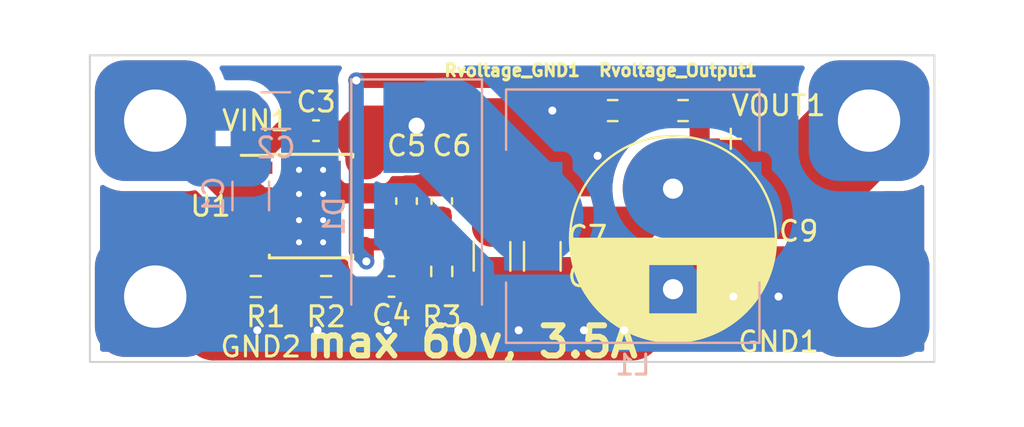
<source format=kicad_pcb>
(kicad_pcb (version 20211014) (generator pcbnew)
  (layers (0 "F.Cu" signal) (31 "B.Cu" signal) (34 "B.Paste" user) (35 "F.Paste" user) (36 "B.SilkS" user "B.Silkscreen") (37 "F.SilkS" user "F.Silkscreen") (38 "B.Mask" user) (39 "F.Mask" user) (44 "Edge.Cuts" user))
  (net 0 "")
  (net 1 "VIN")
  (net 2 "GND")
  (net 3 "Net-(C3-Pad1)")
  (net 4 "Net-(C3-Pad2)")
  (net 5 "Net-(C4-Pad1)")
  (net 6 "Net-(C5-Pad1)")
  (net 7 "5V")
  (net 8 "Net-(R1-Pad1)")
  (net 9 "Net-(R1-Pad2)")
  (net 10 "Net-(Rvoltage_GND1-Pad1)")
  (footprint "Capacitor_SMD:C_0603_1608Metric" (layer "F.Cu") (at 144.5 98.75)
    (fp_text reference "C3" (at 0 -1.43) (layer "F.SilkS"))
    (fp_text value "100nF")
    (fp_line (start -0.14058 -0.51) (end 0.14058 -0.51) (layer "F.SilkS") (width 0.12))
    (fp_line (start -0.14058 0.51) (end 0.14058 0.51) (layer "F.SilkS") (width 0.12))
    (pad "1" smd roundrect (at -0.775 0) (size 0.9 0.95) (layers "F.Cu" "F.Paste" "F.Mask") (net 3 "Net-(C3-Pad1)"))
    (pad "2" smd roundrect (at 0.775 0) (size 0.9 0.95) (layers "F.Cu" "F.Paste" "F.Mask") (net 4 "Net-(C3-Pad2)"))
  )
  (footprint "Capacitor_SMD:C_0603_1608Metric" (layer "F.Cu") (at 148.25 106.5 180)
    (fp_text reference "C4" (at 0 -1.43) (layer "F.SilkS"))
    (fp_text value "6800pF")
    (fp_line (start -0.14058 0.51) (end 0.14058 0.51) (layer "F.SilkS") (width 0.12))
    (fp_line (start -0.14058 -0.51) (end 0.14058 -0.51) (layer "F.SilkS") (width 0.12))
    (pad "1" smd roundrect (at -0.775 0 180) (size 0.9 0.95) (layers "F.Cu" "F.Paste" "F.Mask") (net 5 "Net-(C4-Pad1)"))
    (pad "2" smd roundrect (at 0.775 0 180) (size 0.9 0.95) (layers "F.Cu" "F.Paste" "F.Mask") (net 2 "GND"))
  )
  (footprint "Resistor_SMD:R_0603_1608Metric_Pad0.98x0.95mm_HandSolder" (layer "F.Cu") (at 145 106.5)
    (fp_text reference "R2" (at 0 1.5) (layer "F.SilkS"))
    (fp_text value "82k")
    (fp_line (start -0.254724 -0.5225) (end 0.254724 -0.5225) (layer "F.SilkS") (width 0.12))
    (fp_line (start -0.254724 0.5225) (end 0.254724 0.5225) (layer "F.SilkS") (width 0.12))
    (pad "1" smd roundrect (at -0.9125 0) (size 0.975 0.95) (layers "F.Cu" "F.Paste" "F.Mask") (net 9 "Net-(R1-Pad2)"))
    (pad "2" smd roundrect (at 0.9125 0) (size 0.975 0.95) (layers "F.Cu" "F.Paste" "F.Mask") (net 2 "GND"))
  )
  (footprint "Resistor_SMD:R_0603_1608Metric_Pad0.98x0.95mm_HandSolder" (layer "F.Cu") (at 141.5 106.5)
    (fp_text reference "R1" (at 0.5 1.5) (layer "F.SilkS"))
    (fp_text value "82k")
    (fp_line (start -0.254724 0.5225) (end 0.254724 0.5225) (layer "F.SilkS") (width 0.12))
    (fp_line (start -0.254724 -0.5225) (end 0.254724 -0.5225) (layer "F.SilkS") (width 0.12))
    (pad "1" smd roundrect (at -0.9125 0) (size 0.975 0.95) (layers "F.Cu" "F.Paste" "F.Mask") (net 8 "Net-(R1-Pad1)"))
    (pad "2" smd roundrect (at 0.9125 0) (size 0.975 0.95) (layers "F.Cu" "F.Paste" "F.Mask") (net 9 "Net-(R1-Pad2)"))
  )
  (footprint "Capacitor_SMD:C_1206_3216Metric" (layer "F.Cu") (at 153.25 105 -90)
    (fp_text reference "C8" (at 1 -4.75 180) (layer "F.SilkS"))
    (fp_text value "47uF")
    (fp_line (start -0.711252 0.91) (end 0.711252 0.91) (layer "F.SilkS") (width 0.12))
    (fp_line (start -0.711252 -0.91) (end 0.711252 -0.91) (layer "F.SilkS") (width 0.12))
    (pad "1" smd roundrect (at -1.475 0 270) (size 1.15 1.8) (layers "F.Cu" "F.Paste" "F.Mask") (roundrect_rratio 0.2173913043) (net 7 "5V"))
    (pad "2" smd roundrect (at 1.475 0 270) (size 1.15 1.8) (layers "F.Cu" "F.Paste" "F.Mask") (roundrect_rratio 0.2173913043) (net 2 "GND"))
  )
  (footprint "Capacitor_SMD:C_1206_3216Metric" (layer "F.Cu") (at 155.75 105 -90)
    (fp_text reference "C7" (at -1 -2.25 180) (layer "F.SilkS"))
    (fp_text value "47uF")
    (fp_line (start -0.711252 0.91) (end 0.711252 0.91) (layer "F.SilkS") (width 0.12))
    (fp_line (start -0.711252 -0.91) (end 0.711252 -0.91) (layer "F.SilkS") (width 0.12))
    (pad "1" smd roundrect (at -1.475 0 270) (size 1.15 1.8) (layers "F.Cu" "F.Paste" "F.Mask") (roundrect_rratio 0.2173913043) (net 7 "5V"))
    (pad "2" smd roundrect (at 1.475 0 270) (size 1.15 1.8) (layers "F.Cu" "F.Paste" "F.Mask") (roundrect_rratio 0.2173913043) (net 2 "GND"))
  )
  (footprint "Capacitor_SMD:C_0603_1608Metric" (layer "F.Cu") (at 149 102.25 90)
    (fp_text reference "C5" (at 2.75 0 180) (layer "F.SilkS"))
    (fp_text value "39pf")
    (fp_line (start -0.14058 0.51) (end 0.14058 0.51) (layer "F.SilkS") (width 0.12))
    (fp_line (start -0.14058 -0.51) (end 0.14058 -0.51) (layer "F.SilkS") (width 0.12))
    (pad "1" smd roundrect (at -0.775 0 90) (size 0.9 0.95) (layers "F.Cu" "F.Paste" "F.Mask") (net 6 "Net-(C5-Pad1)"))
    (pad "2" smd roundrect (at 0.775 0 90) (size 0.9 0.95) (layers "F.Cu" "F.Paste" "F.Mask") (net 2 "GND"))
  )
  (footprint "Wire-Solder:60A_Wire_solder" (layer "F.Cu") (at 172 98.25)
    (fp_text reference "VOUT1" (at -4.5 -0.75 unlocked) (layer "F.SilkS"))
    (fp_text value "Conn_01x01_Female")
    (pad "1" thru_hole roundrect (at 0 0) (size 6 6) (drill 3.1) (layers *.Cu *.Mask) (net 7 "5V"))
  )
  (footprint "Wire-Solder:60A_Wire_solder" (layer "F.Cu") (at 136.5 107)
    (fp_text reference "GND2" (at 5.25 2.5 unlocked) (layer "F.SilkS"))
    (fp_text value "Conn_01x01_Female")
    (pad "1" thru_hole roundrect (at 0 0) (size 6 6) (drill 3.1) (layers *.Cu *.Mask) (net 2 "GND"))
  )
  (footprint "Capacitor_THT:CP_Radial_D10.0mm_P5.00mm" (layer "F.Cu") (at 162.25 101.632323 -90)
    (fp_text reference "C9" (at 2.117677 -6.25 180) (layer "F.SilkS"))
    (fp_text value "1000uF")
    (fp_line (start 3.781 1.241) (end 3.781 4.918) (layer "F.SilkS") (width 0.12))
    (fp_line (start 4.181 1.241) (end 4.181 4.797) (layer "F.SilkS") (width 0.12))
    (fp_line (start 6.661 -2.945) (end 6.661 2.945) (layer "F.SilkS") (width 0.12))
    (fp_line (start 5.261 1.241) (end 5.261 4.273) (layer "F.SilkS") (width 0.12))
    (fp_line (start 5.901 1.241) (end 5.901 3.789) (layer "F.SilkS") (width 0.12))
    (fp_line (start 5.421 -4.166) (end 5.421 -1.241) (layer "F.SilkS") (width 0.12))
    (fp_line (start 4.741 1.241) (end 4.741 4.564) (layer "F.SilkS") (width 0.12))
    (fp_line (start 5.741 -3.925) (end 5.741 -1.241) (layer "F.SilkS") (width 0.12))
    (fp_line (start 4.981 -4.44) (end 4.981 -1.241) (layer "F.SilkS") (width 0.12))
    (fp_line (start -2.479646 -3.375) (end -2.479646 -2.375) (layer "F.SilkS") (width 0.12))
    (fp_line (start 5.381 -4.194) (end 5.381 -1.241) (layer "F.SilkS") (width 0.12))
    (fp_line (start 4.661 -4.603) (end 4.661 -1.241) (layer "F.SilkS") (width 0.12))
    (fp_line (start 3.981 -4.862) (end 3.981 -1.241) (layer "F.SilkS") (width 0.12))
    (fp_line (start 4.541 1.241) (end 4.541 4.657) (layer "F.SilkS") (width 0.12))
    (fp_line (start 2.7 -5.077) (end 2.7 5.077) (layer "F.SilkS") (width 0.12))
    (fp_line (start 6.341 -3.347) (end 6.341 3.347) (layer "F.SilkS") (width 0.12))
    (fp_line (start 3.901 -4.885) (end 3.901 -1.241) (layer "F.SilkS") (width 0.12))
    (fp_line (start 4.021 -4.85) (end 4.021 -1.241) (layer "F.SilkS") (width 0.12))
    (fp_line (start 6.301 -3.392) (end 6.301 3.392) (layer "F.SilkS") (width 0.12))
    (fp_line (start 5.421 1.241) (end 5.421 4.166) (layer "F.SilkS") (width 0.12))
    (fp_line (start 6.981 -2.439) (end 6.981 2.439) (layer "F.SilkS") (width 0.12))
    (fp_line (start 5.381 1.241) (end 5.381 4.194) (layer "F.SilkS") (width 0.12))
    (fp_line (start 6.741 -2.83) (end 6.741 2.83) (layer "F.SilkS") (width 0.12))
    (fp_line (start 5.941 -3.753) (end 5.941 -1.241) (layer "F.SilkS") (width 0.12))
    (fp_line (start 5.621 -4.02) (end 5.621 -1.241) (layer "F.SilkS") (width 0.12))
    (fp_line (start 7.341 -1.63) (end 7.341 1.63) (layer "F.SilkS") (width 0.12))
    (fp_line (start 5.541 1.241) (end 5.541 4.08) (layer "F.SilkS") (width 0.12))
    (fp_line (start 5.541 -4.08) (end 5.541 -1.241) (layer "F.SilkS") (width 0.12))
    (fp_line (start 2.9 -5.065) (end 2.9 5.065) (layer "F.SilkS") (width 0.12))
    (fp_line (start 4.101 1.241) (end 4.101 4.824) (layer "F.SilkS") (width 0.12))
    (fp_line (start 4.701 -4.584) (end 4.701 -1.241) (layer "F.SilkS") (width 0.12))
    (fp_line (start 5.061 -4.395) (end 5.061 -1.241) (layer "F.SilkS") (width 0.12))
    (fp_line (start 3.661 -4.947) (end 3.661 4.947) (layer "F.SilkS") (width 0.12))
    (fp_line (start 6.701 -2.889) (end 6.701 2.889) (layer "F.SilkS") (width 0.12))
    (fp_line (start 3.501 -4.982) (end 3.501 4.982) (layer "F.SilkS") (width 0.12))
    (fp_line (start 7.181 -2.037) (end 7.181 2.037) (layer "F.SilkS") (width 0.12))
    (fp_line (start 5.501 -4.11) (end 5.501 -1.241) (layer "F.SilkS") (width 0.12))
    (fp_line (start 6.021 1.241) (end 6.021 3.679) (layer "F.SilkS") (width 0.12))
    (fp_line (start 5.981 -3.716) (end 5.981 -1.241) (layer "F.SilkS") (width 0.12))
    (fp_line (start 5.181 1.241) (end 5.181 4.323) (layer "F.SilkS") (width 0.12))
    (fp_line (start 3.941 1.241) (end 3.941 4.874) (layer "F.SilkS") (width 0.12))
    (fp_line (start 4.501 1.241) (end 4.501 4.674) (layer "F.SilkS") (width 0.12))
    (fp_line (start 7.141 -2.125) (end 7.141 2.125) (layer "F.SilkS") (width 0.12))
    (fp_line (start 5.061 1.241) (end 5.061 4.395) (layer "F.SilkS") (width 0.12))
    (fp_line (start 4.941 1.241) (end 4.941 4.462) (layer "F.SilkS") (width 0.12))
    (fp_line (start 4.821 1.241) (end 4.821 4.525) (layer "F.SilkS") (width 0.12))
    (fp_line (start 3.221 -5.03) (end 3.221 5.03) (layer "F.SilkS") (width 0.12))
    (fp_line (start 3.461 -4.99) (end 3.461 4.99) (layer "F.SilkS") (width 0.12))
    (fp_line (start 4.061 1.241) (end 4.061 4.837) (layer "F.SilkS") (width 0.12))
    (fp_line (start 5.861 -3.824) (end 5.861 -1.241) (layer "F.SilkS") (width 0.12))
    (fp_line (start 5.261 -4.273) (end 5.261 -1.241) (layer "F.SilkS") (width 0.12))
    (fp_line (start 7.421 -1.378) (end 7.421 1.378) (layer "F.SilkS") (width 0.12))
    (fp_line (start 4.181 -4.797) (end 4.181 -1.241) (layer "F.SilkS") (width 0.12))
    (fp_line (start 3.421 -4.997) (end 3.421 4.997) (layer "F.SilkS") (width 0.12))
    (fp_line (start 6.221 -3.478) (end 6.221 -1.241) (layer "F.SilkS") (width 0.12))
    (fp_line (start 3.621 -4.956) (end 3.621 4.956) (layer "F.SilkS") (width 0.12))
    (fp_line (start 5.821 1.241) (end 5.821 3.858) (layer "F.SilkS") (width 0.12))
    (fp_line (start 3.541 -4.974) (end 3.541 4.974) (layer "F.SilkS") (width 0.12))
    (fp_line (start 7.461 -1.23) (end 7.461 1.23) (layer "F.SilkS") (width 0.12))
    (fp_line (start 3.14 -5.04) (end 3.14 5.04) (layer "F.SilkS") (width 0.12))
    (fp_line (start 5.101 -4.371) (end 5.101 -1.241) (layer "F.SilkS") (width 0.12))
    (fp_line (start 5.021 -4.417) (end 5.021 -1.241) (layer "F.SilkS") (width 0.12))
    (fp_line (start 4.461 -4.69) (end 4.461 -1.241) (layer "F.SilkS") (width 0.12))
    (fp_line (start 5.781 -3.892) (end 5.781 -1.241) (layer "F.SilkS") (width 0.12))
    (fp_line (start 4.261 -4.768) (end 4.261 -1.241) (layer "F.SilkS") (width 0.12))
    (fp_line (start 5.101 1.241) (end 5.101 4.371) (layer "F.SilkS") (width 0.12))
    (fp_line (start 3.821 -4.907) (end 3.821 -1.241) (layer "F.SilkS") (width 0.12))
    (fp_line (start 7.221 -1.944) (end 7.221 1.944) (layer "F.SilkS") (width 0.12))
    (fp_line (start 4.381 -4.723) (end 4.381 -1.241) (layer "F.SilkS") (width 0.12))
    (fp_line (start 5.941 1.241) (end 5.941 3.753) (layer "F.SilkS") (width 0.12))
    (fp_line (start 3.581 -4.965) (end 3.581 4.965) (layer "F.SilkS") (width 0.12))
    (fp_line (start 3.06 -5.05) (end 3.06 5.05) (layer "F.SilkS") (width 0.12))
    (fp_line (start 7.581 -0.599) (end 7.581 0.599) (layer "F.SilkS") (width 0.12))
    (fp_line (start 5.741 1.241) (end 5.741 3.925) (layer "F.SilkS") (width 0.12))
    (fp_line (start 5.301 1.241) (end 5.301 4.247) (layer "F.SilkS") (width 0.12))
    (fp_line (start 5.581 -4.05) (end 5.581 -1.241) (layer "F.SilkS") (width 0.12))
    (fp_line (start 6.101 -3.601) (end 6.101 -1.241) (layer "F.SilkS") (width 0.12))
    (fp_line (start 3.901 1.241) (end 3.901 4.885) (layer "F.SilkS") (width 0.12))
    (fp_line (start 5.701 1.241) (end 5.701 3.957) (layer "F.SilkS") (width 0.12))
    (fp_line (start 4.701 1.241) (end 4.701 4.584) (layer "F.SilkS") (width 0.12))
    (fp_line (start 2.58 -5.08) (end 2.58 5.08) (layer "F.SilkS") (width 0.12))
    (fp_line (start 4.541 -4.657) (end 4.541 -1.241) (layer "F.SilkS") (width 0.12))
    (fp_line (start 4.101 -4.824) (end 4.101 -1.241) (layer "F.SilkS") (width 0.12))
    (fp_line (start 4.901 -4.483) (end 4.901 -1.241) (layer "F.SilkS") (width 0.12))
    (fp_line (start 5.461 -4.138) (end 5.461 -1.241) (layer "F.SilkS") (width 0.12))
    (fp_line (start 3.861 1.241) (end 3.861 4.897) (layer "F.SilkS") (width 0.12))
    (fp_line (start 3.381 -5.004) (end 3.381 5.004) (layer "F.SilkS") (width 0.12))
    (fp_line (start 2.62 -5.079) (end 2.62 5.079) (layer "F.SilkS") (width 0.12))
    (fp_line (start 7.021 -2.365) (end 7.021 2.365) (layer "F.SilkS") (width 0.12))
    (fp_line (start 4.861 1.241) (end 4.861 4.504) (layer "F.SilkS") (width 0.12))
    (fp_line (start 4.061 -4.837) (end 4.061 -1.241) (layer "F.SilkS") (width 0.12))
    (fp_line (start -2.979646 -2.875) (end -1.979646 -2.875) (layer "F.SilkS") (width 0.12))
    (fp_line (start 6.941 -2.51) (end 6.941 2.51) (layer "F.SilkS") (width 0.12))
    (fp_line (start 4.141 -4.811) (end 4.141 -1.241) (layer "F.SilkS") (width 0.12))
    (fp_line (start 3.02 -5.054) (end 3.02 5.054) (layer "F.SilkS") (width 0.12))
    (fp_line (start 6.381 -3.301) (end 6.381 3.301) (layer "F.SilkS") (width 0.12))
    (fp_line (start 3.1 -5.045) (end 3.1 5.045) (layer "F.SilkS") (width 0.12))
    (fp_line (start 2.98 -5.058) (end 2.98 5.058) (layer "F.SilkS") (width 0.12))
    (fp_line (start 4.901 1.241) (end 4.901 4.483) (layer "F.SilkS") (width 0.12))
    (fp_line (start 3.301 -5.018) (end 3.301 5.018) (layer "F.SilkS") (width 0.12))
    (fp_line (start 5.661 1.241) (end 5.661 3.989) (layer "F.SilkS") (width 0.12))
    (fp_line (start 6.861 -2.645) (end 6.861 2.645) (layer "F.SilkS") (width 0.12))
    (fp_line (start 5.341 1.241) (end 5.341 4.221) (layer "F.SilkS") (width 0.12))
    (fp_line (start 5.981 1.241) (end 5.981 3.716) (layer "F.SilkS") (width 0.12))
    (fp_line (start 4.301 1.241) (end 4.301 4.754) (layer "F.SilkS") (width 0.12))
    (fp_line (start 3.341 -5.011) (end 3.341 5.011) (layer "F.SilkS") (width 0.12))
    (fp_line (start 5.781 1.241) (end 5.781 3.892) (layer "F.SilkS") (width 0.12))
    (fp_line (start 5.221 -4.298) (end 5.221 -1.241) (layer "F.SilkS") (width 0.12))
    (fp_line (start 6.181 1.241) (end 6.181 3.52) (layer "F.SilkS") (width 0.12))
    (fp_line (start 4.981 1.241) (end 4.981 4.44) (layer "F.SilkS") (width 0.12))
    (fp_line (start 3.741 -4.928) (end 3.741 4.928) (layer "F.SilkS") (width 0.12))
    (fp_line (start 5.461 1.241) (end 5.461 4.138) (layer "F.SilkS") (width 0.12))
    (fp_line (start 7.061 -2.289) (end 7.061 2.289) (layer "F.SilkS") (width 0.12))
    (fp_line (start 3.261 -5.024) (end 3.261 5.024) (layer "F.SilkS") (width 0.12))
    (fp_line (start 6.621 -3) (end 6.621 3) (layer "F.SilkS") (width 0.12))
    (fp_line (start 4.421 -4.707) (end 4.421 -1.241) (layer "F.SilkS") (width 0.12))
    (fp_line (start 2.86 -5.068) (end 2.86 5.068) (layer "F.SilkS") (width 0.12))
    (fp_line (start 4.341 1.241) (end 4.341 4.738) (layer "F.SilkS") (width 0.12))
    (fp_line (start 6.821 -2.709) (end 6.821 2.709) (layer "F.SilkS") (width 0.12))
    (fp_line (start 7.381 -1.51) (end 7.381 1.51) (layer "F.SilkS") (width 0.12))
    (fp_line (start 5.701 -3.957) (end 5.701 -1.241) (layer "F.SilkS") (width 0.12))
    (fp_line (start 5.141 1.241) (end 5.141 4.347) (layer "F.SilkS") (width 0.12))
    (fp_line (start 5.861 1.241) (end 5.861 3.824) (layer "F.SilkS") (width 0.12))
    (fp_line (start 6.141 1.241) (end 6.141 3.561) (layer "F.SilkS") (width 0.12))
    (fp_line (start 6.141 -3.561) (end 6.141 -1.241) (layer "F.SilkS") (width 0.12))
    (fp_line (start 4.621 1.241) (end 4.621 4.621) (layer "F.SilkS") (width 0.12))
    (fp_line (start 2.66 -5.078) (end 2.66 5.078) (layer "F.SilkS") (width 0.12))
    (fp_line (start 4.941 -4.462) (end 4.941 -1.241) (layer "F.SilkS") (width 0.12))
    (fp_line (start 6.501 -3.156) (end 6.501 3.156) (layer "F.SilkS") (width 0.12))
    (fp_line (start 4.221 -4.783) (end 4.221 -1.241) (layer "F.SilkS") (width 0.12))
    (fp_line (start 3.781 -4.918) (end 3.781 -1.241) (layer "F.SilkS") (width 0.12))
    (fp_line (start 4.501 -4.674) (end 4.501 -1.241) (layer "F.SilkS") (width 0.12))
    (fp_line (start 4.221 1.241) (end 4.221 4.783) (layer "F.SilkS") (width 0.12))
    (fp_line (start 5.021 1.241) (end 5.021 4.417) (layer "F.SilkS") (width 0.12))
    (fp_line (start 7.541 -0.862) (end 7.541 0.862) (layer "F.SilkS") (width 0.12))
    (fp_line (start 7.261 -1.846) (end 7.261 1.846) (layer "F.SilkS") (width 0.12))
    (fp_line (start 4.141 1.241) (end 4.141 4.811) (layer "F.SilkS") (width 0.12))
    (fp_line (start 4.661 1.241) (end 4.661 4.603) (layer "F.SilkS") (width 0.12))
    (fp_line (start 2.94 -5.062) (end 2.94 5.062) (layer "F.SilkS") (width 0.12))
    (fp_line (start 5.181 -4.323) (end 5.181 -1.241) (layer "F.SilkS") (width 0.12))
    (fp_line (start 4.021 1.241) (end 4.021 4.85) (layer "F.SilkS") (width 0.12))
    (fp_line (start 5.141 -4.347) (end 5.141 -1.241) (layer "F.SilkS") (width 0.12))
    (fp_line (start 7.501 -1.062) (end 7.501 1.062) (layer "F.SilkS") (width 0.12))
    (fp_line (start 6.061 1.241) (end 6.061 3.64) (layer "F.SilkS") (width 0.12))
    (fp_line (start 4.461 1.241) (end 4.461 4.69) (layer "F.SilkS") (width 0.12))
    (fp_line (start 3.941 -4.874) (end 3.941 -1.241) (layer "F.SilkS") (width 0.12))
    (fp_line (start 4.381 1.241) (end 4.381 4.723) (layer "F.SilkS") (width 0.12))
    (fp_line (start 4.261 1.241) (end 4.261 4.768) (layer "F.SilkS") (width 0.12))
    (fp_line (start 4.581 1.241) (end 4.581 4.639) (layer "F.SilkS") (width 0.12))
    (fp_line (start 4.581 -4.639) (end 4.581 -1.241) (layer "F.SilkS") (width 0.12))
    (fp_line (start 5.661 -3.989) (end 5.661 -1.241) (layer "F.SilkS") (width 0.12))
    (fp_line (start 5.341 -4.221) (end 5.341 -1.241) (layer "F.SilkS") (width 0.12))
    (fp_line (start 6.061 -3.64) (end 6.061 -1.241) (layer "F.SilkS") (width 0.12))
    (fp_line (start 4.341 -4.738) (end 4.341 -1.241) (layer "F.SilkS") (width 0.12))
    (fp_line (start 2.54 -5.08) (end 2.54 5.08) (layer "F.SilkS") (width 0.12))
    (fp_line (start 6.221 1.241) (end 6.221 3.478) (layer "F.SilkS") (width 0.12))
    (fp_line (start 6.181 -3.52) (end 6.181 -1.241) (layer "F.SilkS") (width 0.12))
    (fp_line (start 4.301 -4.754) (end 4.301 -1.241) (layer "F.SilkS") (width 0.12))
    (fp_line (start 5.301 -4.247) (end 5.301 -1.241) (layer "F.SilkS") (width 0.12))
    (fp_line (start 5.821 -3.858) (end 5.821 -1.241) (layer "F.SilkS") (width 0.12))
    (fp_line (start 6.781 -2.77) (end 6.781 2.77) (layer "F.SilkS") (width 0.12))
    (fp_line (start 3.821 1.241) (end 3.821 4.907) (layer "F.SilkS") (width 0.12))
    (fp_line (start 4.781 1.241) (end 4.781 4.545) (layer "F.SilkS") (width 0.12))
    (fp_line (start 5.501 1.241) (end 5.501 4.11) (layer "F.SilkS") (width 0.12))
    (fp_line (start 3.981 1.241) (end 3.981 4.862) (layer "F.SilkS") (width 0.12))
    (fp_line (start 4.421 1.241) (end 4.421 4.707) (layer "F.SilkS") (width 0.12))
    (fp_line (start 6.421 -3.254) (end 6.421 3.254) (layer "F.SilkS") (width 0.12))
    (fp_line (start 3.861 -4.897) (end 3.861 -1.241) (layer "F.SilkS") (width 0.12))
    (fp_line (start 4.821 -4.525) (end 4.821 -1.241) (layer "F.SilkS") (width 0.12))
    (fp_line (start 4.781 -4.545) (end 4.781 -1.241) (layer "F.SilkS") (width 0.12))
    (fp_line (start 4.621 -4.621) (end 4.621 -1.241) (layer "F.SilkS") (width 0.12))
    (fp_line (start 5.901 -3.789) (end 5.901 -1.241) (layer "F.SilkS") (width 0.12))
    (fp_line (start 5.581 1.241) (end 5.581 4.05) (layer "F.SilkS") (width 0.12))
    (fp_line (start 6.581 -3.054) (end 6.581 3.054) (layer "F.SilkS") (width 0.12))
    (fp_line (start 2.74 -5.075) (end 2.74 5.075) (layer "F.SilkS") (width 0.12))
    (fp_line (start 3.18 -5.035) (end 3.18 5.035) (layer "F.SilkS") (width 0.12))
    (fp_line (start 3.701 -4.938) (end 3.701 4.938) (layer "F.SilkS") (width 0.12))
    (fp_line (start 6.101 1.241) (end 6.101 3.601) (layer "F.SilkS") (width 0.12))
    (fp_line (start 5.621 1.241) (end 5.621 4.02) (layer "F.SilkS") (width 0.12))
    (fp_line (start 4.861 -4.504) (end 4.861 -1.241) (layer "F.SilkS") (width 0.12))
    (fp_line (start 6.021 -3.679) (end 6.021 -1.241) (layer "F.SilkS") (width 0.12))
    (fp_line (start 5.221 1.241) (end 5.221 4.298) (layer "F.SilkS") (width 0.12))
    (fp_line (start 2.5 -5.08) (end 2.5 5.08) (layer "F.SilkS") (width 0.12))
    (fp_line (start 4.741 -4.564) (end 4.741 -1.241) (layer "F.SilkS") (width 0.12))
    (fp_line (start 6.461 -3.206) (end 6.461 3.206) (layer "F.SilkS") (width 0.12))
    (fp_line (start 7.301 -1.742) (end 7.301 1.742) (layer "F.SilkS") (width 0.12))
    (fp_line (start 7.101 -2.209) (end 7.101 2.209) (layer "F.SilkS") (width 0.12))
    (fp_line (start 2.78 -5.073) (end 2.78 5.073) (layer "F.SilkS") (width 0.12))
    (fp_line (start 2.82 -5.07) (end 2.82 5.07) (layer "F.SilkS") (width 0.12))
    (fp_line (start 6.541 -3.106) (end 6.541 3.106) (layer "F.SilkS") (width 0.12))
    (fp_line (start 6.901 -2.579) (end 6.901 2.579) (layer "F.SilkS") (width 0.12))
    (fp_line (start 6.261 -3.436) (end 6.261 3.436) (layer "F.SilkS") (width 0.12))
    (fp_circle (center 2.5 0) (end 7.62 0) (layer "F.SilkS") (width 0.12) (fill none))
    (pad "1" thru_hole rect (at 0 0 270) (size 2 2) (drill 1) (layers *.Cu *.Mask) (net 7 "5V"))
    (pad "2" thru_hole circle (at 5 0 270) (size 2 2) (drill 1) (layers *.Cu *.Mask) (net 2 "GND"))
  )
  (footprint "Package_SO:TI_SO-PowerPAD-8_ThermalVias" (layer "F.Cu") (at 144.25 102.5)
    (fp_text reference "U1" (at -5 0) (layer "F.SilkS"))
    (fp_text value "TPS54360DDA")
    (fp_line (start 2.075 2.575) (end 2.075 2.43) (layer "F.SilkS") (width 0.15))
    (fp_line (start -2.075 -2.525) (end -3.475 -2.525) (layer "F.SilkS") (width 0.15))
    (fp_line (start 2.075 -2.575) (end 2.075 -2.43) (layer "F.SilkS") (width 0.15))
    (fp_line (start -2.075 -2.575) (end 2.075 -2.575) (layer "F.SilkS") (width 0.15))
    (fp_line (start -2.075 2.575) (end -2.075 2.43) (layer "F.SilkS") (width 0.15))
    (fp_line (start -2.075 -2.575) (end -2.075 -2.525) (layer "F.SilkS") (width 0.15))
    (fp_line (start -2.075 2.575) (end 2.075 2.575) (layer "F.SilkS") (width 0.15))
    (pad "1" smd rect (at -2.7 -1.905) (size 1.55 0.6) (layers "F.Cu" "F.Paste" "F.Mask") (net 3 "Net-(C3-Pad1)"))
    (pad "2" smd rect (at -2.7 -0.635) (size 1.55 0.6) (layers "F.Cu" "F.Paste" "F.Mask") (net 1 "VIN"))
    (pad "3" smd rect (at -2.7 0.635) (size 1.55 0.6) (layers "F.Cu" "F.Paste" "F.Mask"))
    (pad "4" smd rect (at -2.7 1.905) (size 1.55 0.6) (layers "F.Cu" "F.Paste" "F.Mask") (net 8 "Net-(R1-Pad1)"))
    (pad "5" smd rect (at 2.7 1.905) (size 1.55 0.6) (layers "F.Cu" "F.Paste" "F.Mask") (net 10 "Net-(Rvoltage_GND1-Pad1)"))
    (pad "6" smd rect (at 2.7 0.635) (size 1.55 0.6) (layers "F.Cu" "F.Paste" "F.Mask") (net 6 "Net-(C5-Pad1)"))
    (pad "7" smd rect (at 2.7 -0.635) (size 1.55 0.6) (layers "F.Cu" "F.Paste" "F.Mask") (net 2 "GND"))
    (pad "8" smd rect (at 2.7 -1.905) (size 1.55 0.6) (layers "F.Cu" "F.Paste" "F.Mask") (net 4 "Net-(C3-Pad2)"))
    (pad "9" thru_hole circle (at 0.6 -1.8) (size 0.6 0.6) (drill 0.3) (layers *.Cu) (net 2 "GND"))
    (pad "9" thru_hole circle (at 0.6 1.8) (size 0.6 0.6) (drill 0.3) (layers *.Cu) (net 2 "GND"))
    (pad "9" thru_hole circle (at 0.6 0.7) (size 0.6 0.6) (drill 0.3) (layers *.Cu) (net 2 "GND"))
    (pad "9" thru_hole circle (at -0.6 0.7) (size 0.6 0.6) (drill 0.3) (layers *.Cu) (net 2 "GND"))
    (pad "9" thru_hole circle (at -0.6 -0.6) (size 0.6 0.6) (drill 0.3) (layers *.Cu) (net 2 "GND"))
    (pad "9" thru_hole circle (at -0.6 -1.8) (size 0.6 0.6) (drill 0.3) (layers *.Cu) (net 2 "GND"))
    (pad "9" thru_hole circle (at -0.6 1.8) (size 0.6 0.6) (drill 0.3) (layers *.Cu) (net 2 "GND"))
    (pad "9" thru_hole circle (at 0.6 -0.6) (size 0.6 0.6) (drill 0.3) (layers *.Cu) (net 2 "GND"))
    (pad "9" smd rect (at 0 0) (size 2.95 4.5) (layers "B.Cu") (net 2 "GND"))
    (pad "9" smd rect (at 0 0) (size 2.6 3.1) (layers "F.Cu" "F.Paste" "F.Mask") (net 2 "GND"))
    (pad "9" smd rect (at 0 0) (size 2.95 4.5) (layers "F.Cu") (net 2 "GND"))
  )
  (footprint "Resistor_SMD:R_0603_1608Metric" (layer "F.Cu") (at 150.75 105.75 -90)
    (fp_text reference "R3" (at 2.25 0 180) (layer "F.SilkS"))
    (fp_text value "13k")
    (fp_line (start -0.237258 0.5225) (end 0.237258 0.5225) (layer "F.SilkS") (width 0.12))
    (fp_line (start -0.237258 -0.5225) (end 0.237258 -0.5225) (layer "F.SilkS") (width 0.12))
    (pad "1" smd roundrect (at -0.825 0 270) (size 0.8 0.95) (layers "F.Cu" "F.Paste" "F.Mask") (net 6 "Net-(C5-Pad1)"))
    (pad "2" smd roundrect (at 0.825 0 270) (size 0.8 0.95) (layers "F.Cu" "F.Paste" "F.Mask") (net 5 "Net-(C4-Pad1)"))
  )
  (footprint "Wire-Solder:60A_Wire_solder" (layer "F.Cu") (at 136.5 98.25)
    (fp_text reference "VIN1" (at 5 0 unlocked) (layer "F.SilkS"))
    (fp_text value "Conn_01x01_Female")
    (pad "1" thru_hole roundrect (at 0 0) (size 6 6) (drill 3.1) (layers *.Cu *.Mask) (net 1 "VIN"))
  )
  (footprint "Capacitor_SMD:C_0603_1608Metric" (layer "F.Cu") (at 150.75 102.25 90)
    (fp_text reference "C6" (at 2.75 0.5 180) (layer "F.SilkS"))
    (fp_text value "39pf")
    (fp_line (start -0.14058 -0.51) (end 0.14058 -0.51) (layer "F.SilkS") (width 0.12))
    (fp_line (start -0.14058 0.51) (end 0.14058 0.51) (layer "F.SilkS") (width 0.12))
    (pad "1" smd roundrect (at -0.775 0 90) (size 0.9 0.95) (layers "F.Cu" "F.Paste" "F.Mask") (net 6 "Net-(C5-Pad1)"))
    (pad "2" smd roundrect (at 0.775 0 90) (size 0.9 0.95) (layers "F.Cu" "F.Paste" "F.Mask") (net 2 "GND"))
  )
  (footprint "Resistor_SMD:R_0603_1608Metric" (layer "F.Cu") (at 159.25 97.75 180)
    (fp_text reference "Rvoltage_GND1" (at 5 2 180) (layer "F.SilkS") (effects (font (size 0.6 0.6))))
    (fp_text value "1.4k")
    (fp_line (start -0.237258 -0.5225) (end 0.237258 -0.5225) (layer "F.SilkS") (width 0.12))
    (fp_line (start -0.237258 0.5225) (end 0.237258 0.5225) (layer "F.SilkS") (width 0.12))
    (pad "1" smd roundrect (at -0.825 0 180) (size 0.8 0.95) (layers "F.Cu" "F.Paste" "F.Mask") (net 10 "Net-(Rvoltage_GND1-Pad1)"))
    (pad "2" smd roundrect (at 0.825 0 180) (size 0.8 0.95) (layers "F.Cu" "F.Paste" "F.Mask") (net 2 "GND"))
  )
  (footprint "Wire-Solder:60A_Wire_solder" (layer "F.Cu") (at 172 107)
    (fp_text reference "GND1" (at -4.5 2.25 unlocked) (layer "F.SilkS"))
    (fp_text value "Conn_01x01_Female")
    (pad "1" thru_hole roundrect (at 0 0) (size 6 6) (drill 3.1) (layers *.Cu *.Mask) (net 2 "GND"))
  )
  (footprint "Resistor_SMD:R_0603_1608Metric" (layer "F.Cu") (at 162.75 97.75 180)
    (fp_text reference "Rvoltage_Output1" (at 0.25 2 180) (layer "F.SilkS") (effects (font (size 0.6 0.6))))
    (fp_text value "7.5k")
    (fp_line (start -0.237258 0.5225) (end 0.237258 0.5225) (layer "F.SilkS") (width 0.12))
    (fp_line (start -0.237258 -0.5225) (end 0.237258 -0.5225) (layer "F.SilkS") (width 0.12))
    (pad "1" smd roundrect (at -0.825 0 180) (size 0.8 0.95) (layers "F.Cu" "F.Paste" "F.Mask") (net 7 "5V"))
    (pad "2" smd roundrect (at 0.825 0 180) (size 0.8 0.95) (layers "F.Cu" "F.Paste" "F.Mask") (net 10 "Net-(Rvoltage_GND1-Pad1)"))
  )
  (footprint "Capacitor_SMD:C_1206_3216Metric" (layer "B.Cu") (at 141.25 102 -90)
    (fp_text reference "C1" (at 0 1.85 90) (layer "B.SilkS") (effects (justify mirror)))
    (fp_text value "2.2uF 60V")
    (fp_line (start -0.711252 0.91) (end 0.711252 0.91) (layer "B.SilkS") (width 0.12))
    (fp_line (start -0.711252 -0.91) (end 0.711252 -0.91) (layer "B.SilkS") (width 0.12))
    (pad "1" smd roundrect (at -1.475 0 270) (size 1.15 1.8) (layers "B.Cu" "B.Paste" "B.Mask") (roundrect_rratio 0.2173913043) (net 1 "VIN"))
    (pad "2" smd roundrect (at 1.475 0 270) (size 1.15 1.8) (layers "B.Cu" "B.Paste" "B.Mask") (roundrect_rratio 0.2173913043) (net 2 "GND"))
  )
  (footprint "Inductor_SMD:L_12x12mm_H8mm" (layer "B.Cu") (at 160.25 103)
    (fp_text reference "L1" (at 0 7.4) (layer "B.SilkS") (effects (justify mirror)))
    (fp_text value "8.2uH")
    (fp_line (start 6.3 -6.3) (end -6.3 -6.3) (layer "B.SilkS") (width 0.12))
    (fp_line (start -6.3 6.3) (end 6.3 6.3) (layer "B.SilkS") (width 0.12))
    (fp_line (start -6.3 3.3) (end -6.3 6.3) (layer "B.SilkS") (width 0.12))
    (fp_line (start 6.3 -3.3) (end 6.3 -6.3) (layer "B.SilkS") (width 0.12))
    (fp_line (start 6.3 6.3) (end 6.3 3.3) (layer "B.SilkS") (width 0.12))
    (fp_line (start -6.3 -6.3) (end -6.3 -3.3) (layer "B.SilkS") (width 0.12))
    (pad "1" smd rect (at -4.95 0) (size 2.9 5.4) (layers "B.Cu" "B.Paste" "B.Mask") (net 4 "Net-(C3-Pad2)"))
    (pad "2" smd rect (at 4.95 0) (size 2.9 5.4) (layers "B.Cu" "B.Paste" "B.Mask") (net 7 "5V"))
  )
  (footprint "Diode_SMD:D_SMC_Handsoldering" (layer "B.Cu") (at 149.5 103 -90)
    (fp_text reference "D1" (at 0 4.1 90) (layer "B.SilkS") (effects (justify mirror)))
    (fp_text value "B560C")
    (fp_line (start -6.8 -3.25) (end -6.8 3.25) (layer "B.SilkS") (width 0.12))
    (fp_line (start -6.8 3.25) (end 4.4 3.25) (layer "B.SilkS") (width 0.12))
    (fp_line (start -6.8 -3.25) (end 4.4 -3.25) (layer "B.SilkS") (width 0.12))
    (pad "1" smd rect (at -4.4 0 180) (size 3.3 4.5) (layers "B.Cu" "B.Paste" "B.Mask") (net 4 "Net-(C3-Pad2)"))
    (pad "2" smd rect (at 4.4 0 180) (size 3.3 4.5) (layers "B.Cu" "B.Paste" "B.Mask") (net 2 "GND"))
  )
  (footprint "Capacitor_SMD:C_1206_3216Metric" (layer "B.Cu") (at 142.5 97.75)
    (fp_text reference "C2" (at 0 1.85) (layer "B.SilkS") (effects (justify mirror)))
    (fp_text value "2.2uF 60V")
    (fp_line (start -0.711252 -0.91) (end 0.711252 -0.91) (layer "B.SilkS") (width 0.12))
    (fp_line (start -0.711252 0.91) (end 0.711252 0.91) (layer "B.SilkS") (width 0.12))
    (pad "1" smd roundrect (at -1.475 0) (size 1.15 1.8) (layers "B.Cu" "B.Paste" "B.Mask") (roundrect_rratio 0.2173913043) (net 1 "VIN"))
    (pad "2" smd roundrect (at 1.475 0) (size 1.15 1.8) (layers "B.Cu" "B.Paste" "B.Mask") (roundrect_rratio 0.2173913043) (net 2 "GND"))
  )
  (gr_line (start 175.25 95) (end 133.25 95) (layer "Edge.Cuts") (width 0.1))
  (gr_line (start 133.25 95) (end 133.25 110.25) (layer "Edge.Cuts") (width 0.1))
  (gr_line (start 133.25 110.25) (end 175.25 110.25) (layer "Edge.Cuts") (width 0.1))
  (gr_line (start 175.25 110.25) (end 175.25 95) (layer "Edge.Cuts") (width 0.1))
  (gr_text "max 60v, 3.5A\n" (at 152.25 109.25) (layer "F.SilkS") (effects (font (size 1.5 1.5) (thickness 0.3))))
  (segment (start 140.115 101.865) (end 136.5 98.25) (width 1) (layer "F.Cu") (net 1))
  (segment (start 141.55 101.865) (end 140.115 101.865) (width 1) (layer "F.Cu") (net 1))
  (segment (start 141.25 100.525) (end 141.25 97.975) (width 2) (layer "B.Cu") (net 1))
  (segment (start 138.775 100.525) (end 136.5 98.25) (width 2) (layer "B.Cu") (net 1))
  (segment (start 141.025 97.75) (end 137 97.75) (width 2) (layer "B.Cu") (net 1))
  (segment (start 137 97.75) (end 136.5 98.25) (width 2) (layer "B.Cu") (net 1))
  (segment (start 141.25 97.975) (end 141.025 97.75) (width 2) (layer "B.Cu") (net 1))
  (segment (start 141.25 100.525) (end 138.775 100.525) (width 2) (layer "B.Cu") (net 1))
  (segment (start 153.25 106.475) (end 153.25 108.25) (width 2) (layer "F.Cu") (net 2))
  (segment (start 155.75 108.5) (end 155.925 108.675) (width 2) (layer "F.Cu") (net 2))
  (segment (start 162.617677 107) (end 162.25 106.632323) (width 3) (layer "F.Cu") (net 2))
  (segment (start 162.092677 106.475) (end 162.25 106.632323) (width 2) (layer "F.Cu") (net 2))
  (segment (start 160.207323 108.675) (end 162.25 106.632323) (width 3) (layer "F.Cu") (net 2))
  (segment (start 145.925 108.675) (end 148.075 108.675) (width 3) (layer "F.Cu") (net 2))
  (segment (start 155.75 106.475) (end 155.75 108.5) (width 2) (layer "F.Cu") (net 2))
  (segment (start 150.75 101.475) (end 149 101.475) (width 1) (layer "F.Cu") (net 2))
  (segment (start 155 101.5) (end 158.425 98.075) (width 0.75) (layer "F.Cu") (net 2))
  (segment (start 155.925 108.675) (end 157.825 108.675) (width 3) (layer "F.Cu") (net 2))
  (segment (start 154.575 108.675) (end 155.925 108.675) (width 3) (layer "F.Cu") (net 2))
  (segment (start 157.825 108.675) (end 159.825 108.675) (width 3) (layer "F.Cu") (net 2))
  (segment (start 147.475 107.125) (end 145.925 108.675) (width 1) (layer "F.Cu") (net 2))
  (segment (start 165.25 107) (end 162.617677 107) (width 3) (layer "F.Cu") (net 2))
  (segment (start 144.885 101.865) (end 144.85 101.9) (width 1) (layer "F.Cu") (net 2))
  (segment (start 148.61 101.865) (end 149 101.475) (width 1) (layer "F.Cu") (net 2))
  (segment (start 151.575 108.675) (end 152.825 108.675) (width 3) (layer "F.Cu") (net 2))
  (segment (start 150.775 101.5) (end 155 101.5) (width 0.75) (layer "F.Cu") (net 2))
  (segment (start 159.825 108.675) (end 160.207323 108.675) (width 3) (layer "F.Cu") (net 2))
  (segment (start 145.9125 108.6625) (end 145.925 108.675) (width 1) (layer "F.Cu") (net 2))
  (segment (start 144.575 108.675) (end 145.925 108.675) (width 3) (layer "F.Cu") (net 2))
  (segment (start 172 107) (end 167.5 107) (width 3) (layer "F.Cu") (net 2))
  (segment (start 139.425 108.675) (end 141.575 108.675) (width 3) (layer "F.Cu") (net 2))
  (segment (start 141.575 108.675) (end 144.575 108.675) (width 3) (layer "F.Cu") (net 2))
  (segment (start 150.75 101.475) (end 150.775 101.5) (width 0.75) (layer "F.Cu") (net 2))
  (segment (start 145.9125 106.5) (end 145.9125 108.6625) (width 1) (layer "F.Cu") (net 2))
  (segment (start 136.5 107) (end 137.75 107) (width 3) (layer "F.Cu") (net 2))
  (segment (start 146.95 101.865) (end 144.885 101.865) (width 1) (layer "F.Cu") (net 2))
  (segment (start 147.475 106.5) (end 147.475 107.125) (width 1) (layer "F.Cu") (net 2))
  (segment (start 146.95 101.865) (end 148.61 101.865) (width 1) (layer "F.Cu") (net 2))
  (segment (start 158.425 98.075) (end 158.425 97.75) (width 0.75) (layer "F.Cu") (net 2))
  (segment (start 172 107) (end 162.617677 107) (width 5) (layer "F.Cu") (net 2))
  (segment (start 137.75 107) (end 139.425 108.675) (width 3) (layer "F.Cu") (net 2))
  (segment (start 152.825 108.675) (end 154.575 108.675) (width 3) (layer "F.Cu") (net 2))
  (segment (start 148.075 108.675) (end 151.575 108.675) (width 3) (layer "F.Cu") (net 2))
  (segment (start 153.25 108.25) (end 152.825 108.675) (width 2) (layer "F.Cu") (net 2))
  (via (at 154.575 108.675) (size 0.8) (drill 0.4) (layers "F.Cu" "B.Cu") (net 2))
  (via (at 167.5 107) (size 0.8) (drill 0.4) (layers "F.Cu" "B.Cu") (net 2))
  (via (at 159.825 108.675) (size 0.8) (drill 0.4) (layers "F.Cu" "B.Cu") (net 2))
  (via (at 144.575 108.675) (size 0.8) (drill 0.4) (layers "F.Cu" "B.Cu") (net 2))
  (via (at 156.25 97.75) (size 0.8) (drill 0.4) (layers "F.Cu" "B.Cu") (net 2))
  (via (at 165.25 107) (size 0.8) (drill 0.4) (layers "F.Cu" "B.Cu") (net 2))
  (via (at 151.575 108.675) (size 0.8) (drill 0.4) (layers "F.Cu" "B.Cu") (net 2))
  (via (at 157.825 108.675) (size 0.8) (drill 0.4) (layers "F.Cu" "B.Cu") (net 2))
  (via (at 141.575 108.675) (size 0.8) (drill 0.4) (layers "F.Cu" "B.Cu") (net 2))
  (via (at 158.5 100) (size 0.8) (drill 0.4) (layers "F.Cu" "B.Cu") (net 2))
  (via (at 148.075 108.675) (size 0.8) (drill 0.4) (layers "F.Cu" "B.Cu") (net 2))
  (segment (start 145.25 107.5) (end 137 107.5) (width 3) (layer "B.Cu") (net 2))
  (segment (start 140.025 103.475) (end 136.5 107) (width 2) (layer "B.Cu") (net 2))
  (segment (start 149.4 107.5) (end 149.5 107.4) (width 3) (layer "B.Cu") (net 2))
  (segment (start 144.25 98.025) (end 143.975 97.75) (width 2) (layer "B.Cu") (net 2))
  (segment (start 144.25 102.5) (end 144.25 106.5) (width 3) (layer "B.Cu") (net 2))
  (segment (start 161.482323 107.4) (end 162.25 106.632323) (width 3) (layer "B.Cu") (net 2))
  (segment (start 144.25 106.5) (end 145.25 107.5) (width 3) (layer "B.Cu") (net 2))
  (segment (start 141.25 103.475) (end 143.275 103.475) (width 2) (layer "B.Cu") (net 2))
  (segment (start 145.25 107.5) (end 149.4 107.5) (width 3) (layer "B.Cu") (net 2))
  (segment (start 144.25 102.5) (end 144.25 98.025) (width 2) (layer "B.Cu") (net 2))
  (segment (start 143.275 103.475) (end 144.25 102.5) (width 2) (layer "B.Cu") (net 2))
  (segment (start 141.25 103.475) (end 140.025 103.475) (width 2) (layer "B.Cu") (net 2))
  (segment (start 149.5 107.4) (end 161.482323 107.4) (width 3) (layer "B.Cu") (net 2))
  (segment (start 137 107.5) (end 136.5 107) (width 3) (layer "B.Cu") (net 2))
  (segment (start 142.875 98.75) (end 141.55 100.075) (width 1) (layer "F.Cu") (net 3))
  (segment (start 143.725 98.75) (end 142.875 98.75) (width 1) (layer "F.Cu") (net 3))
  (segment (start 141.55 100.075) (end 141.55 100.595) (width 1) (layer "F.Cu") (net 3))
  (segment (start 147 100.165) (end 146.95 100.165) (width 2) (layer "F.Cu") (net 4))
  (segment (start 146.75 98.75) (end 147 99) (width 1) (layer "F.Cu") (net 4))
  (segment (start 147 99) (end 149 99) (width 3) (layer "F.Cu") (net 4))
  (segment (start 149 99) (end 149.5 98.5) (width 3) (layer "F.Cu") (net 4))
  (segment (start 145.275 98.75) (end 146.75 98.75) (width 1) (layer "F.Cu") (net 4))
  (segment (start 147 99) (end 147 100.165) (width 2) (layer "F.Cu") (net 4))
  (via (at 149.5 98.5) (size 1) (drill 0.8) (layers "F.Cu" "B.Cu") (net 4))
  (segment (start 150.9 98.6) (end 155.3 103) (width 5) (layer "B.Cu") (net 4))
  (segment (start 150.675 106.5) (end 150.75 106.575) (width 0.75) (layer "F.Cu") (net 5))
  (segment (start 149.025 106.5) (end 150.675 106.5) (width 0.75) (layer "F.Cu") (net 5))
  (segment (start 146.95 103.135) (end 148.89 103.135) (width 1) (layer "F.Cu") (net 6))
  (segment (start 149 103.025) (end 150.75 103.025) (width 1) (layer "F.Cu") (net 6))
  (segment (start 148.89 103.135) (end 149 103.025) (width 1) (layer "F.Cu") (net 6))
  (segment (start 150.75 103.025) (end 150.75 104.925) (width 1) (layer "F.Cu") (net 6))
  (segment (start 153.25 103.525) (end 155.75 103.525) (width 2) (layer "F.Cu") (net 7))
  (segment (start 168.617677 101.632323) (end 172 98.25) (width 5) (layer "F.Cu") (net 7))
  (segment (start 163.575 97.75) (end 163.575 100.307323) (width 1) (layer "F.Cu") (net 7))
  (segment (start 163.575 100.307323) (end 162.25 101.632323) (width 1) (layer "F.Cu") (net 7))
  (segment (start 155.75 103.525) (end 160.357323 103.525) (width 2) (layer "F.Cu") (net 7))
  (segment (start 160.357323 103.525) (end 162.25 101.632323) (width 2) (layer "F.Cu") (net 7))
  (segment (start 162.25 101.632323) (end 168.617677 101.632323) (width 5) (layer "F.Cu") (net 7))
  (segment (start 162.25 101.632323) (end 163.832323 101.632323) (width 5) (layer "B.Cu") (net 7))
  (segment (start 163.832323 101.632323) (end 165.2 103) (width 5) (layer "B.Cu") (net 7))
  (segment (start 140.5875 105.3675) (end 141.55 104.405) (width 0.75) (layer "F.Cu") (net 8))
  (segment (start 140.5875 106.5) (end 140.5875 105.3675) (width 0.75) (layer "F.Cu") (net 8))
  (segment (start 142.4125 106.5) (end 144.0875 106.5) (width 0.75) (layer "F.Cu") (net 9))
  (segment (start 147 104.455) (end 146.95 104.405) (width 0.75) (layer "F.Cu") (net 10))
  (segment (start 161.925 97.75) (end 160.075 97.75) (width 1) (layer "F.Cu") (net 10))
  (segment (start 158.575 96.25) (end 146.5 96.25) (width 0.75) (layer "F.Cu") (net 10))
  (segment (start 160.075 97.75) (end 158.575 96.25) (width 0.75) (layer "F.Cu") (net 10))
  (segment (start 147 105.25) (end 147 104.455) (width 0.75) (layer "F.Cu") (net 10))
  (via (at 147 105.25) (size 0.8) (drill 0.4) (layers "F.Cu" "B.Cu") (net 10))
  (via (at 146.5 96.25) (size 0.8) (drill 0.4) (layers "F.Cu" "B.Cu") (net 10))
  (segment (start 146.5 104.75) (end 147 105.25) (width 0.75) (layer "B.Cu") (net 10))
  (segment (start 146.5 96.25) (end 146.5 104.75) (width 0.75) (layer "B.Cu") (net 10))
  (zone (net 2) (net_name "GND") (layers F&B.Cu) (connect_pads yes (clearance 0.508)) (min_thickness 0.254) (fill yes (thermal_gap 0.508) (thermal_bridge_width 0.508))
    (polygon (pts (xy 178.25 112.75) (xy 130.25 113.5) (xy 132.25 93.25) (xy 178.5 92.25)))
  )
)
</source>
